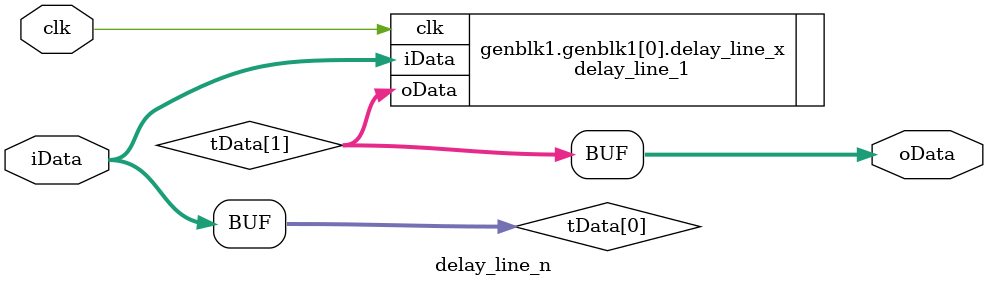
<source format=v>
`timescale 1ns / 1ps


module delay_line_n
#(
parameter N = 3,
parameter DELAY = 1
)
(
    input clk,
    input [N-1:0] iData,
    output [N-1:0] oData
);

wire [N-1:0] tData [DELAY:0];

genvar i;
assign tData [0] = iData;
generate

    if (DELAY > 0)
    begin
        for (i=0; i < DELAY; i=i+1)
        begin
            delay_line_1 #(.LENGTH(N)) delay_line_x 
            (
                .clk(clk),
                .iData(tData[i]),
                .oData(tData[i+1])
            );
        end
        assign oData = tData[DELAY];
    end     
    
    else 
    begin
        assign oData = iData;
    end
    
endgenerate

endmodule

</source>
